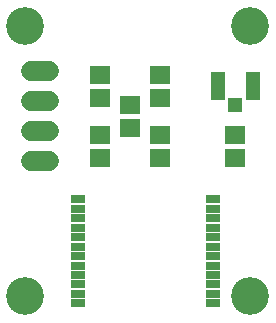
<source format=gbr>
G04 EAGLE Gerber RS-274X export*
G75*
%MOMM*%
%FSLAX34Y34*%
%LPD*%
%INSoldermask Top*%
%IPPOS*%
%AMOC8*
5,1,8,0,0,1.08239X$1,22.5*%
G01*
%ADD10C,3.203200*%
%ADD11R,1.303200X0.803200*%
%ADD12C,1.727200*%
%ADD13R,1.703200X1.503200*%
%ADD14R,1.303200X2.453200*%
%ADD15R,1.253200X1.303200*%


D10*
X25400Y139700D03*
X215900Y139700D03*
X25400Y368300D03*
X215900Y368300D03*
D11*
X184000Y133800D03*
X184000Y141800D03*
X184000Y149800D03*
X184000Y157800D03*
X184000Y165800D03*
X184000Y173800D03*
X184000Y181800D03*
X184000Y189800D03*
X184000Y197800D03*
X184000Y205800D03*
X184000Y213800D03*
X184000Y221800D03*
X70000Y221800D03*
X70000Y213800D03*
X70000Y205800D03*
X70000Y197800D03*
X70000Y189800D03*
X70000Y181800D03*
X70000Y173800D03*
X70000Y165800D03*
X70000Y157800D03*
X70000Y149800D03*
X70000Y141800D03*
X70000Y133800D03*
D12*
X45720Y254000D02*
X30480Y254000D01*
X30480Y279400D02*
X45720Y279400D01*
X45720Y304800D02*
X30480Y304800D01*
X30480Y330200D02*
X45720Y330200D01*
D13*
X88900Y308000D03*
X88900Y327000D03*
X139700Y327000D03*
X139700Y308000D03*
X88900Y276200D03*
X88900Y257200D03*
X139700Y276200D03*
X139700Y257200D03*
X203200Y276200D03*
X203200Y257200D03*
D14*
X188450Y317500D03*
X217950Y317500D03*
D15*
X203200Y302000D03*
D13*
X114300Y301600D03*
X114300Y282600D03*
M02*

</source>
